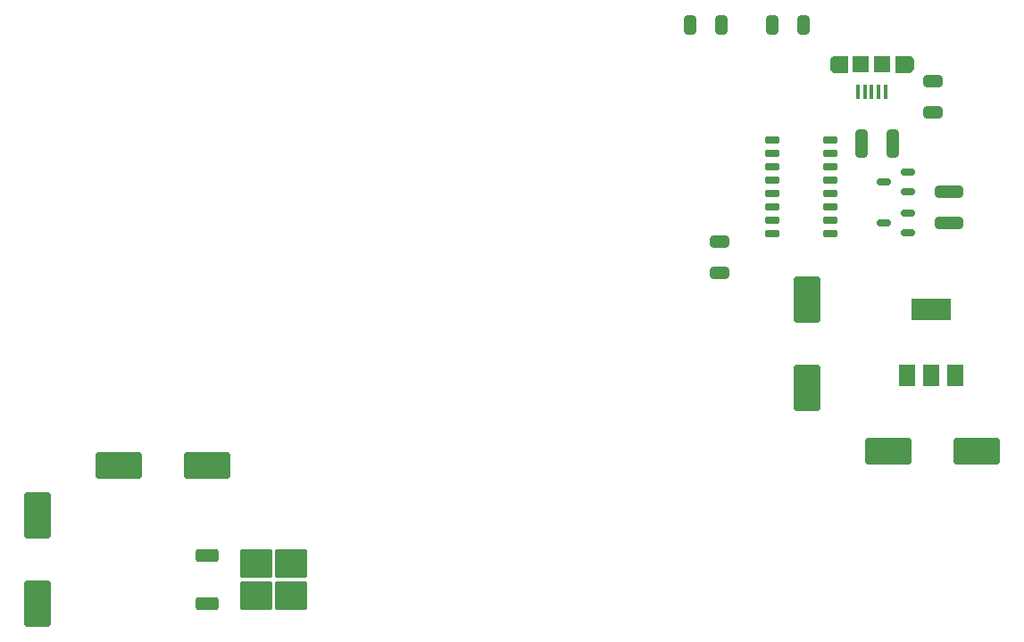
<source format=gbr>
%TF.GenerationSoftware,KiCad,Pcbnew,7.0.7*%
%TF.CreationDate,2023-11-07T23:05:13-03:00*%
%TF.ProjectId,robot seg,726f626f-7420-4736-9567-2e6b69636164,rev?*%
%TF.SameCoordinates,Original*%
%TF.FileFunction,Paste,Bot*%
%TF.FilePolarity,Positive*%
%FSLAX46Y46*%
G04 Gerber Fmt 4.6, Leading zero omitted, Abs format (unit mm)*
G04 Created by KiCad (PCBNEW 7.0.7) date 2023-11-07 23:05:13*
%MOMM*%
%LPD*%
G01*
G04 APERTURE LIST*
G04 Aperture macros list*
%AMRoundRect*
0 Rectangle with rounded corners*
0 $1 Rounding radius*
0 $2 $3 $4 $5 $6 $7 $8 $9 X,Y pos of 4 corners*
0 Add a 4 corners polygon primitive as box body*
4,1,4,$2,$3,$4,$5,$6,$7,$8,$9,$2,$3,0*
0 Add four circle primitives for the rounded corners*
1,1,$1+$1,$2,$3*
1,1,$1+$1,$4,$5*
1,1,$1+$1,$6,$7*
1,1,$1+$1,$8,$9*
0 Add four rect primitives between the rounded corners*
20,1,$1+$1,$2,$3,$4,$5,0*
20,1,$1+$1,$4,$5,$6,$7,0*
20,1,$1+$1,$6,$7,$8,$9,0*
20,1,$1+$1,$8,$9,$2,$3,0*%
G04 Aperture macros list end*
%ADD10C,0.010000*%
%ADD11RoundRect,0.049600X-0.605400X-0.260400X0.605400X-0.260400X0.605400X0.260400X-0.605400X0.260400X0*%
%ADD12R,0.400000X1.350000*%
%ADD13R,1.500000X1.550000*%
%ADD14RoundRect,0.250000X1.950000X1.000000X-1.950000X1.000000X-1.950000X-1.000000X1.950000X-1.000000X0*%
%ADD15RoundRect,0.250000X1.000000X-1.950000X1.000000X1.950000X-1.000000X1.950000X-1.000000X-1.950000X0*%
%ADD16RoundRect,0.250000X-0.650000X0.325000X-0.650000X-0.325000X0.650000X-0.325000X0.650000X0.325000X0*%
%ADD17RoundRect,0.150000X0.512500X0.150000X-0.512500X0.150000X-0.512500X-0.150000X0.512500X-0.150000X0*%
%ADD18RoundRect,0.250000X-0.850000X-0.350000X0.850000X-0.350000X0.850000X0.350000X-0.850000X0.350000X0*%
%ADD19RoundRect,0.250000X-1.275000X-1.125000X1.275000X-1.125000X1.275000X1.125000X-1.275000X1.125000X0*%
%ADD20R,1.500000X2.000000*%
%ADD21R,3.800000X2.000000*%
%ADD22RoundRect,0.250000X-0.325000X-0.650000X0.325000X-0.650000X0.325000X0.650000X-0.325000X0.650000X0*%
%ADD23RoundRect,0.250000X0.325000X0.650000X-0.325000X0.650000X-0.325000X-0.650000X0.325000X-0.650000X0*%
%ADD24RoundRect,0.250000X-1.000000X1.950000X-1.000000X-1.950000X1.000000X-1.950000X1.000000X1.950000X0*%
%ADD25RoundRect,0.250000X-1.075000X0.312500X-1.075000X-0.312500X1.075000X-0.312500X1.075000X0.312500X0*%
%ADD26RoundRect,0.250000X0.312500X1.075000X-0.312500X1.075000X-0.312500X-1.075000X0.312500X-1.075000X0*%
G04 APERTURE END LIST*
%TO.C,J1*%
D10*
X189560800Y-62032200D02*
X188415800Y-62032200D01*
X188389800Y-62031200D01*
X188363800Y-62029200D01*
X188337800Y-62026200D01*
X188311800Y-62021200D01*
X188286800Y-62015200D01*
X188260800Y-62008200D01*
X188236800Y-61999200D01*
X188212800Y-61989200D01*
X188188800Y-61978200D01*
X188165800Y-61965200D01*
X188143800Y-61951200D01*
X188121800Y-61937200D01*
X188100800Y-61921200D01*
X188080800Y-61904200D01*
X188061800Y-61886200D01*
X188043800Y-61867200D01*
X188026800Y-61847200D01*
X188010800Y-61826200D01*
X187996800Y-61804200D01*
X187982800Y-61782200D01*
X187969800Y-61759200D01*
X187958800Y-61735200D01*
X187948800Y-61711200D01*
X187939800Y-61687200D01*
X187932800Y-61661200D01*
X187926800Y-61636200D01*
X187921800Y-61610200D01*
X187918800Y-61584200D01*
X187916800Y-61558200D01*
X187915800Y-61532200D01*
X187915800Y-60982200D01*
X187916800Y-60956200D01*
X187918800Y-60930200D01*
X187921800Y-60904200D01*
X187926800Y-60878200D01*
X187932800Y-60853200D01*
X187939800Y-60827200D01*
X187948800Y-60803200D01*
X187958800Y-60779200D01*
X187969800Y-60755200D01*
X187982800Y-60732200D01*
X187996800Y-60710200D01*
X188010800Y-60688200D01*
X188026800Y-60667200D01*
X188043800Y-60647200D01*
X188061800Y-60628200D01*
X188080800Y-60610200D01*
X188100800Y-60593200D01*
X188121800Y-60577200D01*
X188143800Y-60563200D01*
X188165800Y-60549200D01*
X188188800Y-60536200D01*
X188212800Y-60525200D01*
X188236800Y-60515200D01*
X188260800Y-60506200D01*
X188286800Y-60499200D01*
X188311800Y-60493200D01*
X188337800Y-60488200D01*
X188363800Y-60485200D01*
X188389800Y-60483200D01*
X188415800Y-60482200D01*
X189560800Y-60482200D01*
X189560800Y-62032200D01*
G36*
X189560800Y-62032200D02*
G01*
X188415800Y-62032200D01*
X188389800Y-62031200D01*
X188363800Y-62029200D01*
X188337800Y-62026200D01*
X188311800Y-62021200D01*
X188286800Y-62015200D01*
X188260800Y-62008200D01*
X188236800Y-61999200D01*
X188212800Y-61989200D01*
X188188800Y-61978200D01*
X188165800Y-61965200D01*
X188143800Y-61951200D01*
X188121800Y-61937200D01*
X188100800Y-61921200D01*
X188080800Y-61904200D01*
X188061800Y-61886200D01*
X188043800Y-61867200D01*
X188026800Y-61847200D01*
X188010800Y-61826200D01*
X187996800Y-61804200D01*
X187982800Y-61782200D01*
X187969800Y-61759200D01*
X187958800Y-61735200D01*
X187948800Y-61711200D01*
X187939800Y-61687200D01*
X187932800Y-61661200D01*
X187926800Y-61636200D01*
X187921800Y-61610200D01*
X187918800Y-61584200D01*
X187916800Y-61558200D01*
X187915800Y-61532200D01*
X187915800Y-60982200D01*
X187916800Y-60956200D01*
X187918800Y-60930200D01*
X187921800Y-60904200D01*
X187926800Y-60878200D01*
X187932800Y-60853200D01*
X187939800Y-60827200D01*
X187948800Y-60803200D01*
X187958800Y-60779200D01*
X187969800Y-60755200D01*
X187982800Y-60732200D01*
X187996800Y-60710200D01*
X188010800Y-60688200D01*
X188026800Y-60667200D01*
X188043800Y-60647200D01*
X188061800Y-60628200D01*
X188080800Y-60610200D01*
X188100800Y-60593200D01*
X188121800Y-60577200D01*
X188143800Y-60563200D01*
X188165800Y-60549200D01*
X188188800Y-60536200D01*
X188212800Y-60525200D01*
X188236800Y-60515200D01*
X188260800Y-60506200D01*
X188286800Y-60499200D01*
X188311800Y-60493200D01*
X188337800Y-60488200D01*
X188363800Y-60485200D01*
X188389800Y-60483200D01*
X188415800Y-60482200D01*
X189560800Y-60482200D01*
X189560800Y-62032200D01*
G37*
X195331800Y-60483200D02*
X195357800Y-60485200D01*
X195383800Y-60488200D01*
X195409800Y-60493200D01*
X195434800Y-60499200D01*
X195460800Y-60506200D01*
X195484800Y-60515200D01*
X195508800Y-60525200D01*
X195532800Y-60536200D01*
X195555800Y-60549200D01*
X195577800Y-60563200D01*
X195599800Y-60577200D01*
X195620800Y-60593200D01*
X195640800Y-60610200D01*
X195659800Y-60628200D01*
X195677800Y-60647200D01*
X195694800Y-60667200D01*
X195710800Y-60688200D01*
X195724800Y-60710200D01*
X195738800Y-60732200D01*
X195751800Y-60755200D01*
X195762800Y-60779200D01*
X195772800Y-60803200D01*
X195781800Y-60827200D01*
X195788800Y-60853200D01*
X195794800Y-60878200D01*
X195799800Y-60904200D01*
X195802800Y-60930200D01*
X195804800Y-60956200D01*
X195805800Y-60982200D01*
X195805800Y-61532200D01*
X195804800Y-61558200D01*
X195802800Y-61584200D01*
X195799800Y-61610200D01*
X195794800Y-61636200D01*
X195788800Y-61661200D01*
X195781800Y-61687200D01*
X195772800Y-61711200D01*
X195762800Y-61735200D01*
X195751800Y-61759200D01*
X195738800Y-61782200D01*
X195724800Y-61804200D01*
X195710800Y-61826200D01*
X195694800Y-61847200D01*
X195677800Y-61867200D01*
X195659800Y-61886200D01*
X195640800Y-61904200D01*
X195620800Y-61921200D01*
X195599800Y-61937200D01*
X195577800Y-61951200D01*
X195555800Y-61965200D01*
X195532800Y-61978200D01*
X195508800Y-61989200D01*
X195484800Y-61999200D01*
X195460800Y-62008200D01*
X195434800Y-62015200D01*
X195409800Y-62021200D01*
X195383800Y-62026200D01*
X195357800Y-62029200D01*
X195331800Y-62031200D01*
X195305800Y-62032200D01*
X194160800Y-62032200D01*
X194160800Y-60482200D01*
X195305800Y-60482200D01*
X195331800Y-60483200D01*
G36*
X195331800Y-60483200D02*
G01*
X195357800Y-60485200D01*
X195383800Y-60488200D01*
X195409800Y-60493200D01*
X195434800Y-60499200D01*
X195460800Y-60506200D01*
X195484800Y-60515200D01*
X195508800Y-60525200D01*
X195532800Y-60536200D01*
X195555800Y-60549200D01*
X195577800Y-60563200D01*
X195599800Y-60577200D01*
X195620800Y-60593200D01*
X195640800Y-60610200D01*
X195659800Y-60628200D01*
X195677800Y-60647200D01*
X195694800Y-60667200D01*
X195710800Y-60688200D01*
X195724800Y-60710200D01*
X195738800Y-60732200D01*
X195751800Y-60755200D01*
X195762800Y-60779200D01*
X195772800Y-60803200D01*
X195781800Y-60827200D01*
X195788800Y-60853200D01*
X195794800Y-60878200D01*
X195799800Y-60904200D01*
X195802800Y-60930200D01*
X195804800Y-60956200D01*
X195805800Y-60982200D01*
X195805800Y-61532200D01*
X195804800Y-61558200D01*
X195802800Y-61584200D01*
X195799800Y-61610200D01*
X195794800Y-61636200D01*
X195788800Y-61661200D01*
X195781800Y-61687200D01*
X195772800Y-61711200D01*
X195762800Y-61735200D01*
X195751800Y-61759200D01*
X195738800Y-61782200D01*
X195724800Y-61804200D01*
X195710800Y-61826200D01*
X195694800Y-61847200D01*
X195677800Y-61867200D01*
X195659800Y-61886200D01*
X195640800Y-61904200D01*
X195620800Y-61921200D01*
X195599800Y-61937200D01*
X195577800Y-61951200D01*
X195555800Y-61965200D01*
X195532800Y-61978200D01*
X195508800Y-61989200D01*
X195484800Y-61999200D01*
X195460800Y-62008200D01*
X195434800Y-62015200D01*
X195409800Y-62021200D01*
X195383800Y-62026200D01*
X195357800Y-62029200D01*
X195331800Y-62031200D01*
X195305800Y-62032200D01*
X194160800Y-62032200D01*
X194160800Y-60482200D01*
X195305800Y-60482200D01*
X195331800Y-60483200D01*
G37*
%TD*%
D11*
%TO.C,U2*%
X182466800Y-77393800D03*
X182466800Y-76123800D03*
X182466800Y-74853800D03*
X182466800Y-73583800D03*
X182466800Y-72313800D03*
X182466800Y-71043800D03*
X182466800Y-69773800D03*
X182466800Y-68503800D03*
X187966800Y-68503800D03*
X187966800Y-69773800D03*
X187966800Y-71043800D03*
X187966800Y-72313800D03*
X187966800Y-73583800D03*
X187966800Y-74853800D03*
X187966800Y-76123800D03*
X187966800Y-77393800D03*
%TD*%
D12*
%TO.C,J1*%
X190560800Y-63932200D03*
X191210800Y-63932200D03*
X191860800Y-63932200D03*
X192510800Y-63932200D03*
X193160800Y-63932200D03*
D13*
X190860800Y-61257200D03*
X192860800Y-61257200D03*
%TD*%
D14*
%TO.C,C9*%
X201812400Y-98007200D03*
X193412400Y-98007200D03*
%TD*%
D15*
%TO.C,C7*%
X112772300Y-112489200D03*
X112772300Y-104089200D03*
%TD*%
D16*
%TO.C,C4*%
X197713600Y-62914000D03*
X197713600Y-65864000D03*
%TD*%
D17*
%TO.C,Q1*%
X195320500Y-75377000D03*
X195320500Y-77277000D03*
X193045500Y-76327000D03*
%TD*%
D14*
%TO.C,C8*%
X128834100Y-99339400D03*
X120434100Y-99339400D03*
%TD*%
D18*
%TO.C,U5*%
X128841500Y-112484600D03*
D19*
X133466500Y-108679600D03*
X133466500Y-111729600D03*
X136816500Y-108679600D03*
X136816500Y-111729600D03*
D18*
X128841500Y-107924600D03*
%TD*%
D16*
%TO.C,C3*%
X177444400Y-78103200D03*
X177444400Y-81053200D03*
%TD*%
D20*
%TO.C,U6*%
X199810400Y-90856200D03*
X197510400Y-90856200D03*
D21*
X197510400Y-84556200D03*
D20*
X195210400Y-90856200D03*
%TD*%
D17*
%TO.C,Q2*%
X195295100Y-71490800D03*
X195295100Y-73390800D03*
X193020100Y-72440800D03*
%TD*%
D22*
%TO.C,C2*%
X182471800Y-57531000D03*
X185421800Y-57531000D03*
%TD*%
D23*
%TO.C,C1*%
X177598600Y-57531000D03*
X174648600Y-57531000D03*
%TD*%
D24*
%TO.C,C10*%
X185724800Y-83623700D03*
X185724800Y-92023700D03*
%TD*%
D25*
%TO.C,R2*%
X199212200Y-73391300D03*
X199212200Y-76316300D03*
%TD*%
D26*
%TO.C,R1*%
X193842100Y-68783200D03*
X190917100Y-68783200D03*
%TD*%
M02*

</source>
